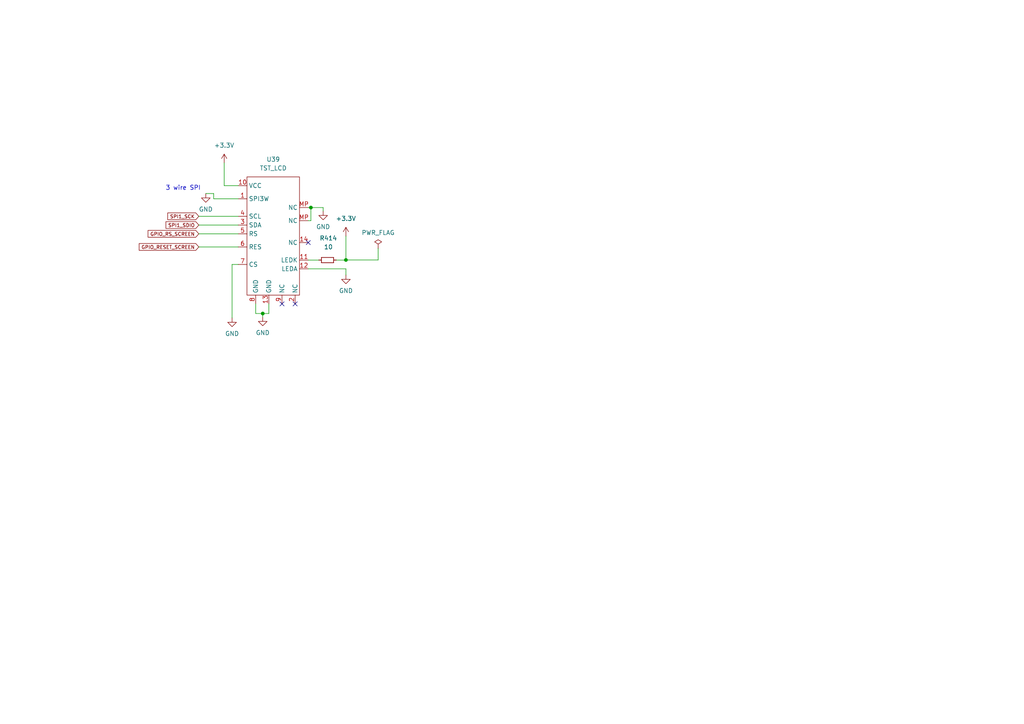
<source format=kicad_sch>
(kicad_sch (version 20211123) (generator eeschema)

  (uuid 4ce2df81-8fae-4c34-97ed-2d171129a38e)

  (paper "A4")

  (lib_symbols
    (symbol "Device:R_Small" (pin_numbers hide) (pin_names (offset 0.254) hide) (in_bom yes) (on_board yes)
      (property "Reference" "R" (id 0) (at 0.762 0.508 0)
        (effects (font (size 1.27 1.27)) (justify left))
      )
      (property "Value" "R_Small" (id 1) (at 0.762 -1.016 0)
        (effects (font (size 1.27 1.27)) (justify left))
      )
      (property "Footprint" "" (id 2) (at 0 0 0)
        (effects (font (size 1.27 1.27)) hide)
      )
      (property "Datasheet" "~" (id 3) (at 0 0 0)
        (effects (font (size 1.27 1.27)) hide)
      )
      (property "ki_keywords" "R resistor" (id 4) (at 0 0 0)
        (effects (font (size 1.27 1.27)) hide)
      )
      (property "ki_description" "Resistor, small symbol" (id 5) (at 0 0 0)
        (effects (font (size 1.27 1.27)) hide)
      )
      (property "ki_fp_filters" "R_*" (id 6) (at 0 0 0)
        (effects (font (size 1.27 1.27)) hide)
      )
      (symbol "R_Small_0_1"
        (rectangle (start -0.762 1.778) (end 0.762 -1.778)
          (stroke (width 0.2032) (type default) (color 0 0 0 0))
          (fill (type none))
        )
      )
      (symbol "R_Small_1_1"
        (pin passive line (at 0 2.54 270) (length 0.762)
          (name "~" (effects (font (size 1.27 1.27))))
          (number "1" (effects (font (size 1.27 1.27))))
        )
        (pin passive line (at 0 -2.54 90) (length 0.762)
          (name "~" (effects (font (size 1.27 1.27))))
          (number "2" (effects (font (size 1.27 1.27))))
        )
      )
    )
    (symbol "TFT LCD ekrancek_SPI:TST_LCD" (in_bom yes) (on_board yes)
      (property "Reference" "U39" (id 0) (at 1.27 13.97 0)
        (effects (font (size 1.27 1.27)))
      )
      (property "Value" "TST_LCD" (id 1) (at 1.27 11.43 0)
        (effects (font (size 1.27 1.27)))
      )
      (property "Footprint" "Connector_JST:JST_SUR_BM14B-SURS-TF_1x14-1MP_P0.80mm_Vertical" (id 2) (at -1.27 3.81 0)
        (effects (font (size 1.27 1.27)) hide)
      )
      (property "Datasheet" "" (id 3) (at -1.27 3.81 0)
        (effects (font (size 1.27 1.27)) hide)
      )
      (symbol "TST_LCD_0_1"
        (rectangle (start -6.35 8.89) (end 8.89 -25.4)
          (stroke (width 0) (type default) (color 0 0 0 0))
          (fill (type none))
        )
      )
      (symbol "TST_LCD_1_1"
        (pin input line (at -8.89 2.54 0) (length 2.54)
          (name "SPI3W" (effects (font (size 1.27 1.27))))
          (number "1" (effects (font (size 1.27 1.27))))
        )
        (pin input line (at -8.89 6.35 0) (length 2.54)
          (name "VCC" (effects (font (size 1.27 1.27))))
          (number "10" (effects (font (size 1.27 1.27))))
        )
        (pin input line (at 11.43 -15.24 180) (length 2.54)
          (name "LEDK" (effects (font (size 1.27 1.27))))
          (number "11" (effects (font (size 1.27 1.27))))
        )
        (pin input line (at 11.43 -17.78 180) (length 2.54)
          (name "LEDA" (effects (font (size 1.27 1.27))))
          (number "12" (effects (font (size 1.27 1.27))))
        )
        (pin input line (at 0 -27.94 90) (length 2.54)
          (name "GND" (effects (font (size 1.27 1.27))))
          (number "13" (effects (font (size 1.27 1.27))))
        )
        (pin input line (at 11.43 -10.16 180) (length 2.54)
          (name "NC" (effects (font (size 1.27 1.27))))
          (number "14" (effects (font (size 1.27 1.27))))
        )
        (pin input line (at 7.62 -27.94 90) (length 2.54)
          (name "NC" (effects (font (size 1.27 1.27))))
          (number "2" (effects (font (size 1.27 1.27))))
        )
        (pin input line (at -8.89 -5.08 0) (length 2.54)
          (name "SDA" (effects (font (size 1.27 1.27))))
          (number "3" (effects (font (size 1.27 1.27))))
        )
        (pin input line (at -8.89 -2.54 0) (length 2.54)
          (name "SCL" (effects (font (size 1.27 1.27))))
          (number "4" (effects (font (size 1.27 1.27))))
        )
        (pin input line (at -8.89 -7.62 0) (length 2.54)
          (name "RS" (effects (font (size 1.27 1.27))))
          (number "5" (effects (font (size 1.27 1.27))))
        )
        (pin input line (at -8.89 -11.43 0) (length 2.54)
          (name "RES" (effects (font (size 1.27 1.27))))
          (number "6" (effects (font (size 1.27 1.27))))
        )
        (pin input line (at -8.89 -16.51 0) (length 2.54)
          (name "CS" (effects (font (size 1.27 1.27))))
          (number "7" (effects (font (size 1.27 1.27))))
        )
        (pin input line (at -3.81 -27.94 90) (length 2.54)
          (name "GND" (effects (font (size 1.27 1.27))))
          (number "8" (effects (font (size 1.27 1.27))))
        )
        (pin input line (at 3.81 -27.94 90) (length 2.54)
          (name "NC" (effects (font (size 1.27 1.27))))
          (number "9" (effects (font (size 1.27 1.27))))
        )
        (pin passive line (at 11.43 -3.81 180) (length 2.54)
          (name "NC" (effects (font (size 1.27 1.27))))
          (number "MP" (effects (font (size 1.27 1.27))))
        )
        (pin passive line (at 11.43 0 180) (length 2.54)
          (name "NC" (effects (font (size 1.27 1.27))))
          (number "MP" (effects (font (size 1.27 1.27))))
        )
      )
    )
    (symbol "power:+3.3V" (power) (pin_names (offset 0)) (in_bom yes) (on_board yes)
      (property "Reference" "#PWR" (id 0) (at 0 -3.81 0)
        (effects (font (size 1.27 1.27)) hide)
      )
      (property "Value" "+3.3V" (id 1) (at 0 3.556 0)
        (effects (font (size 1.27 1.27)))
      )
      (property "Footprint" "" (id 2) (at 0 0 0)
        (effects (font (size 1.27 1.27)) hide)
      )
      (property "Datasheet" "" (id 3) (at 0 0 0)
        (effects (font (size 1.27 1.27)) hide)
      )
      (property "ki_keywords" "global power" (id 4) (at 0 0 0)
        (effects (font (size 1.27 1.27)) hide)
      )
      (property "ki_description" "Power symbol creates a global label with name \"+3.3V\"" (id 5) (at 0 0 0)
        (effects (font (size 1.27 1.27)) hide)
      )
      (symbol "+3.3V_0_1"
        (polyline
          (pts
            (xy -0.762 1.27)
            (xy 0 2.54)
          )
          (stroke (width 0) (type default) (color 0 0 0 0))
          (fill (type none))
        )
        (polyline
          (pts
            (xy 0 0)
            (xy 0 2.54)
          )
          (stroke (width 0) (type default) (color 0 0 0 0))
          (fill (type none))
        )
        (polyline
          (pts
            (xy 0 2.54)
            (xy 0.762 1.27)
          )
          (stroke (width 0) (type default) (color 0 0 0 0))
          (fill (type none))
        )
      )
      (symbol "+3.3V_1_1"
        (pin power_in line (at 0 0 90) (length 0) hide
          (name "+3.3V" (effects (font (size 1.27 1.27))))
          (number "1" (effects (font (size 1.27 1.27))))
        )
      )
    )
    (symbol "power:GND" (power) (pin_names (offset 0)) (in_bom yes) (on_board yes)
      (property "Reference" "#PWR" (id 0) (at 0 -6.35 0)
        (effects (font (size 1.27 1.27)) hide)
      )
      (property "Value" "GND" (id 1) (at 0 -3.81 0)
        (effects (font (size 1.27 1.27)))
      )
      (property "Footprint" "" (id 2) (at 0 0 0)
        (effects (font (size 1.27 1.27)) hide)
      )
      (property "Datasheet" "" (id 3) (at 0 0 0)
        (effects (font (size 1.27 1.27)) hide)
      )
      (property "ki_keywords" "global power" (id 4) (at 0 0 0)
        (effects (font (size 1.27 1.27)) hide)
      )
      (property "ki_description" "Power symbol creates a global label with name \"GND\" , ground" (id 5) (at 0 0 0)
        (effects (font (size 1.27 1.27)) hide)
      )
      (symbol "GND_0_1"
        (polyline
          (pts
            (xy 0 0)
            (xy 0 -1.27)
            (xy 1.27 -1.27)
            (xy 0 -2.54)
            (xy -1.27 -1.27)
            (xy 0 -1.27)
          )
          (stroke (width 0) (type default) (color 0 0 0 0))
          (fill (type none))
        )
      )
      (symbol "GND_1_1"
        (pin power_in line (at 0 0 270) (length 0) hide
          (name "GND" (effects (font (size 1.27 1.27))))
          (number "1" (effects (font (size 1.27 1.27))))
        )
      )
    )
    (symbol "power:PWR_FLAG" (power) (pin_numbers hide) (pin_names (offset 0) hide) (in_bom yes) (on_board yes)
      (property "Reference" "#FLG" (id 0) (at 0 1.905 0)
        (effects (font (size 1.27 1.27)) hide)
      )
      (property "Value" "PWR_FLAG" (id 1) (at 0 3.81 0)
        (effects (font (size 1.27 1.27)))
      )
      (property "Footprint" "" (id 2) (at 0 0 0)
        (effects (font (size 1.27 1.27)) hide)
      )
      (property "Datasheet" "~" (id 3) (at 0 0 0)
        (effects (font (size 1.27 1.27)) hide)
      )
      (property "ki_keywords" "flag power" (id 4) (at 0 0 0)
        (effects (font (size 1.27 1.27)) hide)
      )
      (property "ki_description" "Special symbol for telling ERC where power comes from" (id 5) (at 0 0 0)
        (effects (font (size 1.27 1.27)) hide)
      )
      (symbol "PWR_FLAG_0_0"
        (pin power_out line (at 0 0 90) (length 0)
          (name "pwr" (effects (font (size 1.27 1.27))))
          (number "1" (effects (font (size 1.27 1.27))))
        )
      )
      (symbol "PWR_FLAG_0_1"
        (polyline
          (pts
            (xy 0 0)
            (xy 0 1.27)
            (xy -1.016 1.905)
            (xy 0 2.54)
            (xy 1.016 1.905)
            (xy 0 1.27)
          )
          (stroke (width 0) (type default) (color 0 0 0 0))
          (fill (type none))
        )
      )
    )
  )

  (junction (at 90.17 60.198) (diameter 0) (color 0 0 0 0)
    (uuid 2c6068d7-b4b5-469d-ae3e-be06fd3fdf2e)
  )
  (junction (at 76.2 90.932) (diameter 0) (color 0 0 0 0)
    (uuid 3a5f993f-7520-4bca-a0dc-e1484330b99d)
  )
  (junction (at 100.33 75.4015) (diameter 0) (color 0 0 0 0)
    (uuid 6c2b8527-a53e-4025-837e-0fcc4f3e79af)
  )

  (no_connect (at 89.408 70.358) (uuid 4797840d-b2be-4ff2-a1fd-acacf94094ae))
  (no_connect (at 85.598 88.138) (uuid 8a27c577-2153-4bc6-8b56-c3c0fabb966e))
  (no_connect (at 81.788 88.138) (uuid 90e64b55-0771-446a-8298-46e628066e80))

  (wire (pts (xy 65.024 47.244) (xy 65.024 53.848))
    (stroke (width 0) (type default) (color 0 0 0 0))
    (uuid 07dcd41a-5bc9-4474-a94b-6e7b27c06777)
  )
  (wire (pts (xy 67.31 92.202) (xy 67.31 76.708))
    (stroke (width 0) (type default) (color 0 0 0 0))
    (uuid 1f78dd54-4885-4be6-a3b0-768738463dee)
  )
  (wire (pts (xy 93.726 60.198) (xy 93.726 61.214))
    (stroke (width 0) (type default) (color 0 0 0 0))
    (uuid 34a95ad8-8fd5-486b-adaa-12201797823d)
  )
  (wire (pts (xy 76.2 90.932) (xy 77.978 90.932))
    (stroke (width 0) (type default) (color 0 0 0 0))
    (uuid 3b3579e7-b663-4992-8fd4-b91fdd1994f1)
  )
  (wire (pts (xy 61.976 56.134) (xy 59.69 56.134))
    (stroke (width 0) (type default) (color 0 0 0 0))
    (uuid 4045a39a-d09b-4a37-b2f5-d5f5af38a613)
  )
  (wire (pts (xy 89.408 60.198) (xy 90.17 60.198))
    (stroke (width 0) (type default) (color 0 0 0 0))
    (uuid 4169245f-0e92-413b-a2d5-b6fbc776c0b0)
  )
  (wire (pts (xy 67.31 76.708) (xy 69.088 76.708))
    (stroke (width 0) (type default) (color 0 0 0 0))
    (uuid 41f7ddd7-b98a-495c-9690-f3003fbef8e8)
  )
  (wire (pts (xy 57.658 67.818) (xy 69.088 67.818))
    (stroke (width 0) (type default) (color 0 0 0 0))
    (uuid 60b10fbc-002a-4f55-b32e-cc00239d5fb0)
  )
  (wire (pts (xy 74.168 88.138) (xy 74.168 90.932))
    (stroke (width 0) (type default) (color 0 0 0 0))
    (uuid 6b88bf30-0058-4ecd-b93d-963bcbd17ee3)
  )
  (wire (pts (xy 89.408 75.438) (xy 92.456 75.438))
    (stroke (width 0) (type default) (color 0 0 0 0))
    (uuid 6ef16748-9c55-413c-ab5d-cb0fc3ad3ce1)
  )
  (wire (pts (xy 90.17 64.008) (xy 90.17 60.198))
    (stroke (width 0) (type default) (color 0 0 0 0))
    (uuid 84f24fb5-1715-40dd-abdb-b6680cbdfb24)
  )
  (wire (pts (xy 74.168 90.932) (xy 76.2 90.932))
    (stroke (width 0) (type default) (color 0 0 0 0))
    (uuid 8643ea54-c038-4a3f-b9a1-e9b82f643fa9)
  )
  (wire (pts (xy 57.658 65.278) (xy 69.088 65.278))
    (stroke (width 0) (type default) (color 0 0 0 0))
    (uuid 8d3f2dc7-626b-4a71-8aca-088241a243c4)
  )
  (wire (pts (xy 109.6772 72.0598) (xy 109.6772 75.4015))
    (stroke (width 0) (type default) (color 0 0 0 0))
    (uuid 91bd3b5d-1892-408e-a615-e4fa3e045f58)
  )
  (wire (pts (xy 76.2 90.932) (xy 76.2 91.948))
    (stroke (width 0) (type default) (color 0 0 0 0))
    (uuid 9376abd2-3d18-49c7-a274-fd9c311944a4)
  )
  (wire (pts (xy 100.33 77.978) (xy 89.408 77.978))
    (stroke (width 0) (type default) (color 0 0 0 0))
    (uuid 95f7f0c2-b3db-4500-b92d-f992b0d5739e)
  )
  (wire (pts (xy 69.088 53.848) (xy 65.024 53.848))
    (stroke (width 0) (type default) (color 0 0 0 0))
    (uuid 962176cf-22b3-4bf5-8a89-76b85e4d6402)
  )
  (wire (pts (xy 61.976 57.658) (xy 69.088 57.658))
    (stroke (width 0) (type default) (color 0 0 0 0))
    (uuid 97f84a5e-859c-48e4-aab5-f6f3423acf7a)
  )
  (wire (pts (xy 77.978 90.932) (xy 77.978 88.138))
    (stroke (width 0) (type default) (color 0 0 0 0))
    (uuid 99ca871a-0df8-43db-8937-c58edd3ee2b8)
  )
  (wire (pts (xy 109.6772 75.4015) (xy 100.33 75.4015))
    (stroke (width 0) (type default) (color 0 0 0 0))
    (uuid 9d034b24-f96d-47c2-96fd-db6bef8ba837)
  )
  (wire (pts (xy 100.33 75.4015) (xy 100.33 75.438))
    (stroke (width 0) (type default) (color 0 0 0 0))
    (uuid a0a75cc6-87f0-47c3-b2f7-cbb5663258bc)
  )
  (wire (pts (xy 100.33 79.756) (xy 100.33 77.978))
    (stroke (width 0) (type default) (color 0 0 0 0))
    (uuid ca3816a5-a6b2-44cf-bae8-ac88a0130bd5)
  )
  (wire (pts (xy 61.976 57.658) (xy 61.976 56.134))
    (stroke (width 0) (type default) (color 0 0 0 0))
    (uuid cc4dad00-4106-4593-a7d1-6846dff9e4dc)
  )
  (wire (pts (xy 100.33 68.4784) (xy 100.33 75.4015))
    (stroke (width 0) (type default) (color 0 0 0 0))
    (uuid d1098ca9-0778-4a66-a5ba-b38943387d6d)
  )
  (wire (pts (xy 57.658 71.628) (xy 69.088 71.628))
    (stroke (width 0) (type default) (color 0 0 0 0))
    (uuid e2cfcee3-d2a6-4745-9632-b39e0e25afd5)
  )
  (wire (pts (xy 90.17 60.198) (xy 93.726 60.198))
    (stroke (width 0) (type default) (color 0 0 0 0))
    (uuid e35ce2f2-76c1-4b62-87ac-71b393139bab)
  )
  (wire (pts (xy 89.408 64.008) (xy 90.17 64.008))
    (stroke (width 0) (type default) (color 0 0 0 0))
    (uuid f773d4e1-6971-4550-83ce-6f717f20e9e9)
  )
  (wire (pts (xy 97.536 75.438) (xy 100.33 75.438))
    (stroke (width 0) (type default) (color 0 0 0 0))
    (uuid f7fe2477-aeff-40e2-9974-f0cc4524eef5)
  )
  (wire (pts (xy 57.658 62.738) (xy 69.088 62.738))
    (stroke (width 0) (type default) (color 0 0 0 0))
    (uuid fb8f3874-8a99-459b-b641-9cda4a927392)
  )

  (text "3 wire SPI" (at 48.006 55.372 0)
    (effects (font (size 1.27 1.27)) (justify left bottom))
    (uuid 863d0b8c-6b2c-464f-96ad-571b53afb083)
  )

  (global_label "GPIO_RESET_SCREEN" (shape input) (at 57.658 71.628 180) (fields_autoplaced)
    (effects (font (size 1 1)) (justify right))
    (uuid 3f757ff7-a663-40b4-9796-175cea3a3520)
    (property "Intersheet References" "${INTERSHEET_REFS}" (id 0) (at 40.377 71.5655 0)
      (effects (font (size 1 1)) (justify right) hide)
    )
  )
  (global_label "SPI1_SDIO" (shape input) (at 57.658 65.278 180) (fields_autoplaced)
    (effects (font (size 1 1)) (justify right))
    (uuid d036acde-d9d9-4352-986d-cd06d54e8749)
    (property "Intersheet References" "${INTERSHEET_REFS}" (id 0) (at 48.139 65.2155 0)
      (effects (font (size 1 1)) (justify right) hide)
    )
  )
  (global_label "GPIO_RS_SCREEN" (shape input) (at 57.658 67.818 180) (fields_autoplaced)
    (effects (font (size 1 1)) (justify right))
    (uuid e6feba7f-1b52-44e8-a398-fc2a92d6c0d3)
    (property "Intersheet References" "${INTERSHEET_REFS}" (id 0) (at 42.9485 67.7555 0)
      (effects (font (size 1 1)) (justify right) hide)
    )
  )
  (global_label "SPI1_SCK" (shape input) (at 57.658 62.738 180) (fields_autoplaced)
    (effects (font (size 1 1)) (justify right))
    (uuid efc63a6d-6196-4a9f-90c4-40f0b0a00a4a)
    (property "Intersheet References" "${INTERSHEET_REFS}" (id 0) (at 48.6628 62.8005 0)
      (effects (font (size 1 1)) (justify right) hide)
    )
  )

  (symbol (lib_id "TFT LCD ekrancek_SPI:TST_LCD") (at 77.978 60.198 0) (unit 1)
    (in_bom yes) (on_board yes) (fields_autoplaced)
    (uuid 0424392d-9ab2-4a1b-a32f-7489192e5d37)
    (property "Reference" "U39" (id 0) (at 79.248 46.228 0))
    (property "Value" "TST_LCD" (id 1) (at 79.248 48.768 0))
    (property "Footprint" "Connector_JST:JST_SUR_BM14B-SURS-TF_1x14-1MP_P0.80mm_Vertical" (id 2) (at 76.708 56.388 0)
      (effects (font (size 1.27 1.27)) hide)
    )
    (property "Datasheet" "" (id 3) (at 76.708 56.388 0)
      (effects (font (size 1.27 1.27)) hide)
    )
    (pin "1" (uuid 57722cf4-f6cd-4753-971f-936dc9fd448c))
    (pin "10" (uuid b184e462-c272-4bf6-afac-d055321a95d7))
    (pin "11" (uuid 2fa07777-6876-4052-bf49-9d64ce1ea447))
    (pin "12" (uuid 1d43cf0e-60d7-4950-aa58-c51c0085ebb4))
    (pin "13" (uuid d27b7b34-3e5a-4b27-91b8-13e6f91013d5))
    (pin "14" (uuid 22dab3de-3c51-4486-8b2d-873eccf4195b))
    (pin "2" (uuid 4c8dbad7-b6a1-476b-86ce-12b4b76cdb8d))
    (pin "3" (uuid cdc8e421-ab0f-40d8-ab43-11ceab5f0339))
    (pin "4" (uuid dbce828e-1a10-4c78-a2b1-58d63e991d08))
    (pin "5" (uuid 721218fa-a75a-4796-ba37-6a9e48fa6516))
    (pin "6" (uuid 9bc316cb-71cc-416e-89f6-d11c06469f41))
    (pin "7" (uuid 672796c5-0f61-4e3c-878f-e2e364e56e39))
    (pin "8" (uuid d07bb8e8-d926-41e0-a0cf-080b32492c7e))
    (pin "9" (uuid e9114a69-f8c8-4856-96f9-d05d002a4a5b))
    (pin "MP" (uuid e8fb582c-5c23-470e-be4d-aaed946c1d5f))
    (pin "MP" (uuid e8fb582c-5c23-470e-be4d-aaed946c1d5f))
  )

  (symbol (lib_id "power:GND") (at 67.31 92.202 0) (unit 1)
    (in_bom yes) (on_board yes) (fields_autoplaced)
    (uuid 23b150f9-b456-4a0b-8338-958696fe845c)
    (property "Reference" "#PWR0327" (id 0) (at 67.31 98.552 0)
      (effects (font (size 1.27 1.27)) hide)
    )
    (property "Value" "GND" (id 1) (at 67.31 96.774 0))
    (property "Footprint" "" (id 2) (at 67.31 92.202 0)
      (effects (font (size 1.27 1.27)) hide)
    )
    (property "Datasheet" "" (id 3) (at 67.31 92.202 0)
      (effects (font (size 1.27 1.27)) hide)
    )
    (pin "1" (uuid 92efa760-f664-40fd-9c77-51777c582429))
  )

  (symbol (lib_id "power:GND") (at 76.2 91.948 0) (unit 1)
    (in_bom yes) (on_board yes) (fields_autoplaced)
    (uuid 492de449-8725-4bb8-be40-46ed4ae84c2b)
    (property "Reference" "#PWR0328" (id 0) (at 76.2 98.298 0)
      (effects (font (size 1.27 1.27)) hide)
    )
    (property "Value" "GND" (id 1) (at 76.2 96.52 0))
    (property "Footprint" "" (id 2) (at 76.2 91.948 0)
      (effects (font (size 1.27 1.27)) hide)
    )
    (property "Datasheet" "" (id 3) (at 76.2 91.948 0)
      (effects (font (size 1.27 1.27)) hide)
    )
    (pin "1" (uuid 4a74105d-942a-46cc-9169-eae7ba0b1d47))
  )

  (symbol (lib_id "power:GND") (at 93.726 61.214 0) (unit 1)
    (in_bom yes) (on_board yes) (fields_autoplaced)
    (uuid 4dbf745c-15e9-4dad-8449-f29b6c7524b4)
    (property "Reference" "#PWR0346" (id 0) (at 93.726 67.564 0)
      (effects (font (size 1.27 1.27)) hide)
    )
    (property "Value" "GND" (id 1) (at 93.726 65.786 0))
    (property "Footprint" "" (id 2) (at 93.726 61.214 0)
      (effects (font (size 1.27 1.27)) hide)
    )
    (property "Datasheet" "" (id 3) (at 93.726 61.214 0)
      (effects (font (size 1.27 1.27)) hide)
    )
    (pin "1" (uuid a5f9c939-27ae-4676-a43a-31ade4d136eb))
  )

  (symbol (lib_id "power:PWR_FLAG") (at 109.6772 72.0598 0) (unit 1)
    (in_bom yes) (on_board yes) (fields_autoplaced)
    (uuid 5e8dbf08-b5ac-4373-ad2d-1306c5c91448)
    (property "Reference" "#FLG08" (id 0) (at 109.6772 70.1548 0)
      (effects (font (size 1.27 1.27)) hide)
    )
    (property "Value" "PWR_FLAG" (id 1) (at 109.6772 67.4878 0))
    (property "Footprint" "" (id 2) (at 109.6772 72.0598 0)
      (effects (font (size 1.27 1.27)) hide)
    )
    (property "Datasheet" "~" (id 3) (at 109.6772 72.0598 0)
      (effects (font (size 1.27 1.27)) hide)
    )
    (pin "1" (uuid c6a552f3-618e-4e2d-8fc8-66f99a8f584e))
  )

  (symbol (lib_id "power:GND") (at 59.69 56.134 0) (unit 1)
    (in_bom yes) (on_board yes) (fields_autoplaced)
    (uuid 87ea7ed8-8803-4cfe-aca9-1538d727f702)
    (property "Reference" "#PWR0345" (id 0) (at 59.69 62.484 0)
      (effects (font (size 1.27 1.27)) hide)
    )
    (property "Value" "GND" (id 1) (at 59.69 60.706 0))
    (property "Footprint" "" (id 2) (at 59.69 56.134 0)
      (effects (font (size 1.27 1.27)) hide)
    )
    (property "Datasheet" "" (id 3) (at 59.69 56.134 0)
      (effects (font (size 1.27 1.27)) hide)
    )
    (pin "1" (uuid 9376a72a-0fe6-472c-946e-bf4f57d21433))
  )

  (symbol (lib_id "Device:R_Small") (at 94.996 75.438 90) (unit 1)
    (in_bom yes) (on_board yes)
    (uuid 9fd67e1a-0ace-4d78-8ce0-7777c4bacae3)
    (property "Reference" "R414" (id 0) (at 95.25 69.088 90))
    (property "Value" "10" (id 1) (at 95.25 71.628 90))
    (property "Footprint" "Resistor_SMD:R_0603_1608Metric" (id 2) (at 94.996 75.438 0)
      (effects (font (size 1.27 1.27)) hide)
    )
    (property "Datasheet" "~" (id 3) (at 94.996 75.438 0)
      (effects (font (size 1.27 1.27)) hide)
    )
    (pin "1" (uuid 2ee4741f-ac95-4b09-8803-1f23a87e4c5a))
    (pin "2" (uuid 5fe2bee2-1058-48c0-bae7-e3243634fad8))
  )

  (symbol (lib_id "power:GND") (at 100.33 79.756 0) (unit 1)
    (in_bom yes) (on_board yes) (fields_autoplaced)
    (uuid b77a7187-ed66-4de5-9af1-6d79cbf34add)
    (property "Reference" "#PWR0330" (id 0) (at 100.33 86.106 0)
      (effects (font (size 1.27 1.27)) hide)
    )
    (property "Value" "GND" (id 1) (at 100.33 84.328 0))
    (property "Footprint" "" (id 2) (at 100.33 79.756 0)
      (effects (font (size 1.27 1.27)) hide)
    )
    (property "Datasheet" "" (id 3) (at 100.33 79.756 0)
      (effects (font (size 1.27 1.27)) hide)
    )
    (pin "1" (uuid 8a2fb50f-b1f5-4eb0-a87a-86a105787471))
  )

  (symbol (lib_id "power:+3.3V") (at 100.33 68.4784 0) (unit 1)
    (in_bom yes) (on_board yes)
    (uuid d4cf17ef-2eb6-4ea6-ac35-4ab9e6e92881)
    (property "Reference" "#PWR0329" (id 0) (at 100.33 72.2884 0)
      (effects (font (size 1.27 1.27)) hide)
    )
    (property "Value" "+3.3V" (id 1) (at 100.33 63.3984 0))
    (property "Footprint" "" (id 2) (at 100.33 68.4784 0)
      (effects (font (size 1.27 1.27)) hide)
    )
    (property "Datasheet" "" (id 3) (at 100.33 68.4784 0)
      (effects (font (size 1.27 1.27)) hide)
    )
    (pin "1" (uuid e64fe46e-5997-4f7b-aa03-8a5233fd0f27))
  )

  (symbol (lib_id "power:+3.3V") (at 65.024 47.244 0) (unit 1)
    (in_bom yes) (on_board yes)
    (uuid edbd6e3b-3cec-479f-b61a-d7628630c4f4)
    (property "Reference" "#PWR0326" (id 0) (at 65.024 51.054 0)
      (effects (font (size 1.27 1.27)) hide)
    )
    (property "Value" "+3.3V" (id 1) (at 65.024 42.164 0))
    (property "Footprint" "" (id 2) (at 65.024 47.244 0)
      (effects (font (size 1.27 1.27)) hide)
    )
    (property "Datasheet" "" (id 3) (at 65.024 47.244 0)
      (effects (font (size 1.27 1.27)) hide)
    )
    (pin "1" (uuid 16c52872-a3ed-46d1-93f5-2b52be7c1dc4))
  )
)

</source>
